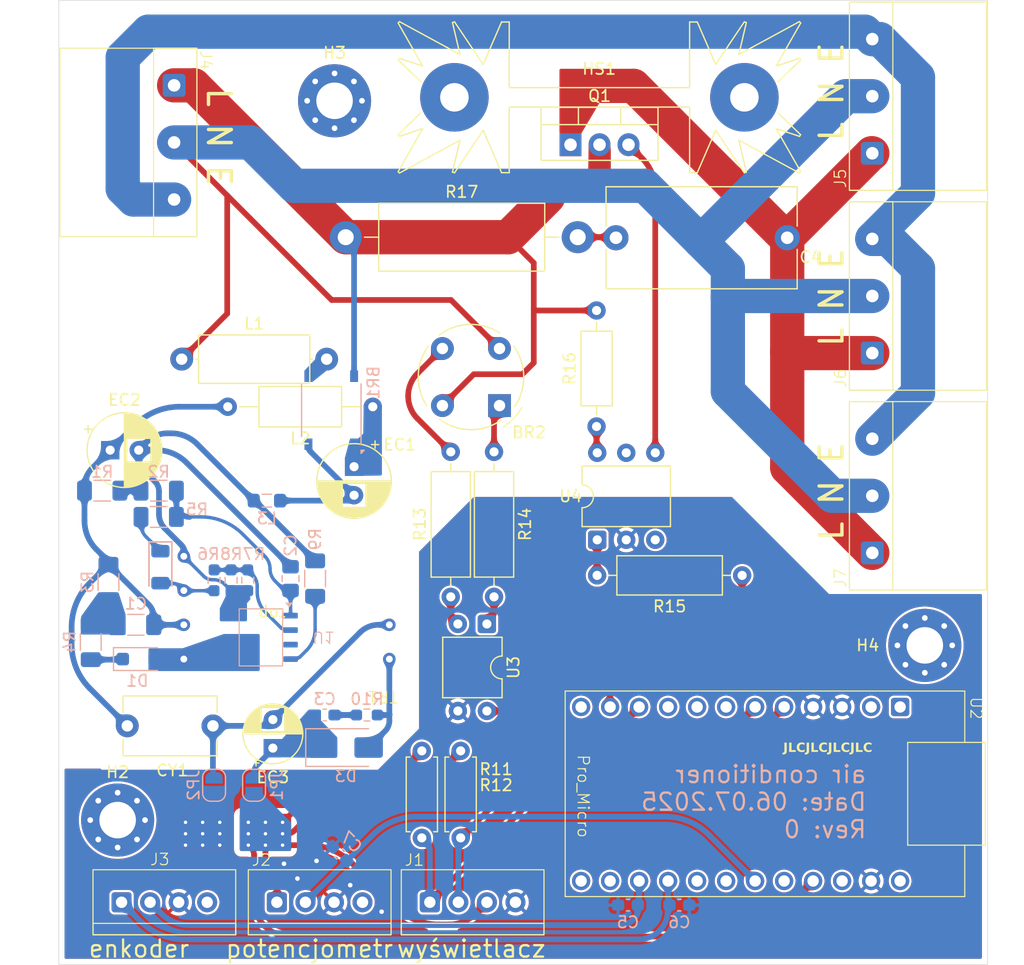
<source format=kicad_pcb>
(kicad_pcb (version 20241229) (generator "pcbnew") (generator_version "9.0")
  (layers (0 "F.Cu" signal) (2 "B.Cu" signal) (13 "F.Paste" user) (15 "B.Paste" user) (5 "F.SilkS" user "F.Silkscreen") (7 "B.SilkS" user "B.Silkscreen") (1 "F.Mask" user) (3 "B.Mask" user) (25 "Edge.Cuts" user))
  (net 0 "")
  (net 1 "/power/TR1 prim2")
  (net 2 "Net-(U1-VDD)")
  (net 3 "GNDPWR")
  (net 4 "Net-(C3-Pad2)")
  (net 5 "+5V")
  (net 6 "Net-(C4-Pad1)")
  (net 7 "/output/sterowane wyjście")
  (net 8 "GND")
  (net 9 "/power/TR1 prim1")
  (net 10 "Net-(D1-K)")
  (net 11 "Net-(D2-Pad1)")
  (net 12 "/power/TR1 prim3")
  (net 13 "/power/TR1 sec1")
  (net 14 "NEUTRAL")
  (net 15 "~230VAC")
  (net 16 "/MCU/SDA")
  (net 17 "/MCU/SCL")
  (net 19 "/MCU/potencjometr")
  (net 21 "/MCU/enkoder B")
  (net 22 "/MCU/enkoder A")
  (net 23 "/output/protection")
  (net 24 "Net-(Q1-G)")
  (net 25 "Net-(R1-Pad2)")
  (net 26 "/power/FB")
  (net 27 "/power/CS")
  (net 28 "Net-(R13-Pad2)")
  (net 29 "Net-(R14-Pad2)")
  (net 30 "Net-(R15-Pad2)")
  (net 31 "/MCU/triac")
  (net 32 "Net-(R16-Pad1)")
  (net 35 "/MCU/sine sinq")
  (net 50 "Net-(BR1-+)")
  (net 51 "Net-(BR1--)")
  (net 52 "Net-(BR1-Pad3)")
  (net 53 "Net-(BR2--)")
  (net 54 "Net-(BR2-+)")
  (net 55 "Net-(C1-Pad2)")
  (net 56 "Net-(D3-K)")
  (net 57 "/power/TR1 sec2")
  (footprint "MountingHole:MountingHole_3.2mm_M3_Pad_Via" (layer "F.Cu") (at 84.302944 122.302944)
    (property "Reference" "H2")
    (property "Value" "MountingHole")
  )
  (footprint "Diode_THT:Diode_Bridge_Round_D9.0mm" (layer "F.Cu") (at 117.75 86 180)
    (property "Reference" "BR2")
    (property "Value" "B250R")
  )
  (footprint "Package_TO_SOT_THT:TO-220-3_Vertical" (layer "F.Cu") (at 123.97 63.15)
    (property "Reference" "Q1")
    (property "Value" "BTA16-600BW")
  )
  (footprint "PCM_JLCPCB:Part_Num_JLCPCB" (layer "F.Cu") (at 146.5 116)
    (property "Reference" "PN1" (hide yes))
    (property "Value" "~" (hide yes))
  )
  (footprint "Connector_JOINT_TECH:JT-Socket_1x4_P2.5mm_Vertical" (layer "F.Cu") (at 88.396 129.5)
    (property "Reference" "J3")
    (property "Value" "~")
  )
  (footprint "Capacitor_THT:CP_Radial_D5.0mm_P2.50mm" (layer "F.Cu") (at 97.9 116 90)
    (property "Reference" "EC3")
    (property "Value" "270")
  )
  (footprint "Dev_Kits:Pro_Micro" (layer "F.Cu") (at 158.5 111 -90)
    (property "Reference" "U2")
    (property "Value" "~")
  )
  (footprint "Capacitor_THT:C_Disc_D8.0mm_W5.0mm_P7.50mm" (layer "F.Cu") (at 85.15 114.05)
    (property "Reference" "CY1")
    (property "Value" "102mF")
  )
  (footprint "Resistor_THT:R_Axial_DIN0309_L9.0mm_D3.2mm_P12.70mm_Horizontal" (layer "F.Cu") (at 117.27 90.05 -90)
    (property "Reference" "R14")
    (property "Value" "47kΩ")
  )
  (footprint "Connector_JOINT_TECH:JT-Socket_1x4_P2.5mm_Vertical" (layer "F.Cu") (at 115.396 129.5)
    (property "Reference" "J1")
    (property "Value" "~")
  )
  (footprint "Inductor_THT:L_Axial_L9.5mm_D4.0mm_P12.70mm_Horizontal_Fastron_SMCC" (layer "F.Cu") (at 89.9125 81.9325)
    (property "Reference" "L1")
    (property "Value" "L")
  )
  (footprint "Connector_JOINT_TECH:TBG-5.0-KW-3P" (layer "F.Cu") (at 150.4 58.9 90)
    (property "Reference" "J5")
    (property "Value" "~")
  )
  (footprint "Resistor_THT:R_Axial_DIN0614_L14.3mm_D5.7mm_P20.32mm_Horizontal" (layer "F.Cu") (at 104.28 71.25)
    (property "Reference" "R17")
    (property "Value" "38Ω")
  )
  (footprint "Inductor_THT:L_Axial_L7.0mm_D3.3mm_P12.70mm_Horizontal_Fastron_MICC" (layer "F.Cu") (at 106.65 86.1 180)
    (property "Reference" "L2")
    (property "Value" "10mH")
  )
  (footprint "Connector_JOINT_TECH:TBG-5.0-KW-3P" (layer "F.Cu") (at 150.4 76.4 90)
    (property "Reference" "J6")
    (property "Value" "~")
  )
  (footprint "Resistor_THT:R_Axial_DIN0207_L6.3mm_D2.5mm_P10.16mm_Horizontal" (layer "F.Cu") (at 126.25 87.83 90)
    (property "Reference" "R16")
    (property "Value" "330Ω")
  )
  (footprint "Capacitor_THT:C_Rect_L16.5mm_W8.7mm_P15.00mm_MKT" (layer "F.Cu") (at 127.95 71.3)
    (property "Reference" "C4")
    (property "Value" "10nF")
  )
  (footprint "Resistor_THT:R_Axial_DIN0207_L6.3mm_D2.5mm_P7.62mm_Horizontal" (layer "F.Cu") (at 110.946 123.86 90)
    (property "Reference" "R11")
    (property "Value" "10kΩ")
  )
  (footprint "MountingHole:MountingHole_3.2mm_M3_Pad_Via" (layer "F.Cu") (at 103.302944 59.302944)
    (property "Reference" "H3")
    (property "Value" "MountingHole")
  )
  (footprint "MountingHole:MountingHole_3.2mm_M3_Pad_Via" (layer "F.Cu") (at 155 107)
    (property "Reference" "H4")
    (property "Value" "MountingHole")
  )
  (footprint "Library:unknown transformer" (layer "F.Cu") (at 99.1 103.7 180)
    (property "Reference" "TR1")
    (property "Value" "TRANSF3")
  )
  (footprint "Resistor_THT:R_Axial_DIN0207_L6.3mm_D2.5mm_P7.62mm_Horizontal" (layer "F.Cu") (at 114.346 116.24 -90)
    (property "Reference" "R12")
    (property "Value" "10kΩ")
  )
  (footprint "Package_DIP:DIP-4_W7.62mm" (layer "F.Cu") (at 116.645 105.125 -90)
    (property "Reference" "U3")
    (property "Value" "EL817")
  )
  (footprint "Capacitor_THT:CP_Radial_D6.3mm_P2.50mm" (layer "F.Cu") (at 105.0125 91.350121 -90)
    (property "Reference" "EC1")
    (property "Value" "4.7uF")
  )
  (footprint "Resistor_THT:R_Axial_DIN0309_L9.0mm_D3.2mm_P12.70mm_Horizontal" (layer "F.Cu") (at 113.48 90.05 -90)
    (property "Reference" "R13")
    (property "Value" "47kΩ")
  )
  (footprint "Heatsink:Heatsink_Fischer_SK104-STC-STIC_35x13mm_2xDrill2.5mm" (layer "F.Cu") (at 126.5 59)
    (property "Reference" "HS1")
    (property "Value" "Heatsink")
  )
  (footprint "Capacitor_THT:CP_Radial_D6.3mm_P2.50mm" (layer "F.Cu") (at 83.65 89.9)
    (property "Reference" "EC2")
    (property "Value" "4.7uF")
  )
  (footprint "Package_DIP:DIP-6_W7.62mm" (layer "F.Cu") (at 126.31 97.755 90)
    (property "Reference" "U4")
    (property "Value" "MOC3021M")
  )
  (footprint "Connector_JOINT_TECH:TBG-5.0-KW-3P" (layer "F.Cu") (at 150.4 93.9 90)
    (property "Reference" "J7")
    (property "Value" "~")
  )
  (footprint "Resistor_THT:R_Axial_DIN0309_L9.0mm_D3.2mm_P12.70mm_Horizontal" (layer "F.Cu") (at 139 100.87 180)
    (property "Reference" "R15")
    (property "Value" "220Ω")
  )
  (footprint "Connector_JOINT_TECH:JT-Socket_1x4_P2.5mm_Vertical" (layer "F.Cu") (at 102 129.5)
    (property "Reference" "J2")
    (property "Value" "~")
  )
  (footprint "Connector_JOINT_TECH:TBG-5.0-KW-3P" (layer "F.Cu") (at 89.25 62.95 -90)
    (property "Reference" "J4")
    (property "Value" "~")
  )
  (footprint "Resistor_SMD:R_0603_1608Metric_Pad0.98x0.95mm_HandSolder" (layer "B.Cu") (at 95.7 101.3 90)
    (property "Reference" "R7")
    (property "Value" "2G3Ω")
  )
  (footprint "Jumper:SolderJumper-2_P1.3mm_Open_RoundedPad1.0x1.5mm" (layer "B.Cu") (at 92.75 119.25 -90)
    (property "Reference" "JP2")
    (property "Value" "GND")
  )
  (footprint "Resistor_SMD:R_1206_3216Metric_Pad1.30x1.75mm_HandSolder" (layer "B.Cu") (at 82.95 93.45)
    (property "Reference" "R1")
    (property "Value" "2M2Ω")
  )
  (footprint "Capacitor_SMD:C_0603_1608Metric_Pad1.08x0.95mm_HandSolder" (layer "B.Cu") (at 102.4375 113.1)
    (property "Reference" "C3")
    (property "Value" "C")
  )
  (footprint "Capacitor_SMD:C_0805_2012Metric_Pad1.18x1.45mm_HandSolder" (layer "B.Cu") (at 99.45 101.15 90)
    (property "Reference" "C2")
    (property "Value" "C")
  )
  (footprint "Jumper:SolderJumper-2_P1.3mm_Open_RoundedPad1.0x1.5mm" (layer "B.Cu") (at 96.25 119.25 -90)
    (property "Reference" "JP1")
    (property "Value" "+5V")
  )
  (footprint "Resistor_SMD:R_1206_3216Metric_Pad1.30x1.75mm_HandSolder" (layer "B.Cu") (at 87.9 93.45)
    (property "Reference" "R2")
    (property "Value" "2M2Ω")
  )
  (footprint "Capacitor_SMD:C_0603_1608Metric_Pad1.08x0.95mm_HandSolder" (layer "B.Cu") (at 103.75 125.25 135)
    (property "Reference" "C7")
    (property "Value" "100nF")
  )
  (footprint "Diode_SMD:D_SMA" (layer "B.Cu") (at 104.2875 115.95)
    (property "Reference" "D3")
    (property "Value" "SS34")
  )
  (footprint "Resistor_SMD:R_1206_3216Metric_Pad1.30x1.75mm_HandSolder" (layer "B.Cu") (at 87.9 95.75 180)
    (property "Reference" "R5")
    (property "Value" "4.7Ω")
  )
  (footprint "Inductor_SMD:L_0805_2012Metric_Pad1.05x1.20mm_HandSolder" (layer "B.Cu") (at 97.375 94.325)
    (property "Reference" "L3")
    (property "Value" "L")
  )
  (footprint "Diode_SMD:Diode_Bridge_Diotec_ABS" (layer "B.Cu") (at 103.0125 86.4075 90)
    (property "Reference" "BR1")
    (property "Value" "ABS10")
  )
  (footprint "Resistor_SMD:R_1206_3216Metric_Pad1.30x1.75mm_HandSolder" (layer "B.Cu") (at 83.5 101.45 -90)
    (property "Reference" "R3")
    (property "Value" "300kΩ")
  )
  (footprint "Resistor_SMD:R_1206_3216Metric_Pad1.30x1.75mm_HandSolder" (layer "B.Cu") (at 101.6 101.15 90)
    (property "Reference" "R9")
    (property "Value" "1.4Ω")
  )
  (footprint "Capacitor_SMD:C_0603_1608Metric_Pad1.08x0.95mm_HandSolder" (layer "B.Cu") (at 133.5 129.75)
    (property "Reference" "C6")
    (property "Value" "100nF")
  )
  (footprint "PCM_JLCPCB:D_SOD-123FL" (layer "B.Cu") (at 88.05 100.15 -90)
    (property "Reference" "D2" (hide yes))
    (property "Value" "FR107W")
  )
  (footprint "Resistor_SMD:R_1206_3216Metric_Pad1.30x1.75mm_HandSolder" (layer "B.Cu") (at 81.95 106.7 -90)
    (property "Reference" "R4")
    (property "Value" "200Ω")
  )
  (footprint "Resistor_SMD:R_0603_1608Metric_Pad0.98x0.95mm_HandSolder" (layer "B.Cu") (at 106.1375 113.1)
    (property "Reference" "R10")
    (property "Value" "10Ω")
  )
  (footprint "Capacitor_SMD:C_1206_3216Metric_Pad1.33x1.80mm_HandSolder" (layer "B.Cu") (at 85.9 105.2 180)
    (property "Reference" "C1")
    (property "Value" "C")
  )
  (footprint "Resistor_SMD:R_0603_1608Metric_Pad0.98x0.95mm_HandSolder" (layer "B.Cu") (at 92.75 101.3 90)
    (property "Reference" "R6")
    (property "Value" "29Ω")
  )
  (footprint "Resistor_SMD:R_0603_1608Metric_Pad0.98x0.95mm_HandSolder" (layer "B.Cu") (at 94.24 101.3 90)
    (property "Reference" "R8")
    (property "Value" "R")
  )
  (footprint "sop-7-1.270mm:sop-7-1.270mm" (layer "B.Cu") (at 96.85 106.3 -90)
    (property "Reference" "U1")
    (property "Value" "DP1801B")
  )
  (footprint "Diode_SMD:D_SOD-123F" (layer "B.Cu") (at 86.15 108.2)
    (property "Reference" "D1")
    (property "Value" "1N4007")
  )
  (footprint "Capacitor_SMD:C_0603_1608Metric_Pad1.08x0.95mm_HandSolder" (layer "B.Cu") (at 129 129.75 180)
    (property "Reference" "C5")
    (property "Value" "100nF")
  )
  (gr_rect (start 79.15 50.5) (end 160.5 134.95) (stroke (width 0.05)) (fill no) (layer "Edge.Cuts"))
  (gr_text "enkoder" (at 81.65 134.45 0) (layer "F.SilkS") (effects (font (size 1.5 1.5) (thickness 0.2)) (justify left bottom)))
  (gr_text "L N E" (at 148 63 90) (layer "F.SilkS") (effects (font (size 2 2) (thickness 0.3)) (justify left bottom)))
  (gr_text "wyświetlacz" (at 108.65 134.45 0) (layer "F.SilkS") (effects (font (size 1.5 1.5) (thickness 0.2)) (justify left bottom)))
  (gr_text "L N E" (at 92 58 270) (layer "F.SilkS") (effects (font (size 2 2) (thickness 0.3)) (justify left bottom)))
  (gr_text "L N E" (at 148 81 90) (layer "F.SilkS") (effects (font (size 2 2) (thickness 0.3)) (justify left bottom)))
  (gr_text "potencjometr" (at 93.65 134.45 0) (layer "F.SilkS") (effects (font (size 1.5 1.5) (thickness 0.2)) (justify left bottom)))
  (gr_text "L N E" (at 148 98 90) (layer "F.SilkS") (effects (font (size 2 2) (thickness 0.3)) (justify left bottom)))
  (gr_text "air conditioner\nDate: 06.07.2025\nRev: 0" (at 150 124 0) (layer "B.SilkS") (effects (font (size 1.5 1.5) (thickness 0.2)) (justify left bottom mirror)))
  (segment (start 88.131272 105.199962) (end 90.1 105.2) (width 0.5) (layer "B.Cu") (net 1))
  (segment (start 80.27501 106.921027) (end 80.275007 105.378964) (width 0.5) (layer "B.Cu") (net 1))
  (segment (start 85.856208 87.693804) (end 83.65 89.9) (width 0.5) (layer "B.Cu") (net 1))
  (segment (start 89.703971 86.10001) (end 93.95 86.1) (width 0.5) (layer "B.Cu") (net 1))
  (segment (start 83.499996 99.837498) (end 83.5 99.775) (width 0.5) (layer "B.Cu") (net 1))
  (segment (start 81.399995 95.570039) (end 81.399994 96.065077) (width 0.5) (layer "B.Cu") (net 1))
  (segment (start 82.449991 98.600003) (end 83.411605 99.561616) (width 0.5) (layer "B.Cu") (net 1))
  (segment (start 81.399996 94.579964) (end 81.399995 95.570039) (width 0.5) (layer "B.Cu") (net 1))
  (segment (start 83.499998 99.8375) (end 83.499996 99.775001) (width 0.5) (layer "B.Cu") (net 1))
  (segment (start 81.868804 110.768789) (end 85.15 114.05) (width 0.5) (layer "B.Cu") (net 1))
  (segment (start 82.089421 91.460566) (end 83.65 89.9) (width 0.5) (layer "B.Cu") (net 1))
  (segment (start 81.399996 94.579964) (end 81.399994 93.124997) (width 0.5) (layer "B.Cu") (net 1))
  (segment (start 83.455803 99.944191) (end 81.868793 101.531206) (width 0.5) (layer "B.Cu") (net 1))
  (segment (start 83.54419 99.944191) (end 86.989629 103.389647) (width 0.5) (layer "B.Cu") (net 1))
  (arc (start 88.131272 105.199962) (mid 87.658402 105.004092) (end 87.462518 104.531228) (width 0.5) (layer "B.Cu") (net 1))
  (arc (start 81.868793 101.531206) (mid 80.689216 103.296573) (end 80.275007 105.378964) (width 0.5) (layer "B.Cu") (net 1))
  (arc (start 83.499998 99.8375) (mid 83.499997 99.837501) (end 83.499996 99.837498) (width 0.5) (layer "B.Cu") (net 1))
  (arc (start 83.411605 99.561616) (mid 83.477022 99.659517) (end 83.499996 99.775001) (width 0.5) (layer "B.Cu") (net 1))
  (arc (start 83.455803 99.944191) (mid 83.499996 99.925885) (end 83.54419 99.944191) (width 0.5) (layer "B.Cu") (net 1))
  (arc (start 80.27501 106.921027) (mid 80.689225 109.00342) (end 81.868804 110.768789) (width 0.5) (layer "B.Cu") (net 1))
  (arc (start 82.449991 98.600003) (mid 81.672877 97.436969) (end 81.399994 96.065077) (width 0.5) (layer "B.Cu") (net 1))
  (arc (start 87.462518 104.531228) (mid 87.339603 103.913408) (end 86.989629 103.389647) (width 0.5) (layer "B.Cu") (net 1))
  (arc (start 89.703971 86.10001) (mid 87.621578 86.514226) (end 85.856208 87.693804) (width 0.5) (layer "B.Cu") (net 1))
  (arc (start 82.089421 91.460566) (mid 81.579167 92.224213) (end 81.399994 93.124997) (width 0.5) (layer "B.Cu") (net 1))
  (arc (start 83.455803 99.944191) (mid 83.488511 99.89524) (end 83.499998 99.8375) (width 0.5) (layer "B.Cu") (net 1))
  (arc (start 83.54419 99.944191) (mid 83.511482 99.89524) (end 83.499996 99.837498) (width 0.5) (layer "B.Cu") (net 1))
  (segment (start 90.6 95.750003) (end 91.599997 95.750005) (width 0.3) (layer "B.Cu") (net 2))
  (segment (start 89.45 94.6) (end 89.45 93.45) (width 0.5) (layer "B.Cu") (net 2))
  (segment (start 95.270271 97.270288) (end 97.199209 99.199226) (width 0.3) (layer "B.Cu") (net 2))
  (segment (start 98.722474 101.997497) (end 98.100773 101.375782) (width 0.3) (layer "B.Cu") (net 2))
  (segment (start 99.449956 102.456279) (end 99.45 104.395) (width 0.3) (layer "B.Cu") (net 2))
  (arc (start 98.100773 101.375782) (mid 97.76715 100.876473) (end 97.649994 100.287502) (width 0.3) (layer "B.Cu") (net 2))
  (arc (start 97.649994 100.287502) (mid 97.532836 99.698531) (end 97.199209 99.199226) (width 0.3) (layer "B.Cu") (net 2))
  (arc (start 90.6 95.750003) (mid 89.786827 95.413173) (end 89.45 94.6) (width 0.5) (layer "B.Cu") (net 2))
  (arc (start 98.722474 101.997497) (mid 98.932948 102.138138) (end 99.181221 102.187535) (width 0.3) (layer "B.Cu") (net 2))
  (arc (start 99.181221 102.187535) (mid 99.371244 102.266253) (end 99.449956 102.456279) (width 0.3) (layer "B.Cu") (net 2))
  (arc (start 95.270271 97.270288) (mid 93.586335 96.145116) (end 91.599997 95.750005) (width 0.3) (layer "B.Cu") (net 2))
  (segment (start 92.713743 101.250014) (end 92.595824 101.250018) (width 0.3) (layer "B.Cu") (net 3))
  (segment (start 87.925006 95.503164) (end 87.925001 93.508843) (width 0.5) (layer "B.Cu") (net 3))
  (segment (start 86.15 90.562499) (end 86.15 90.231249) (width 0.5) (layer "B.Cu") (net 3))
  (segment (start 86.618457 91.693457) (end 87.565194 92.640194) (width 0.5) (layer "B.Cu") (net 3))
  (segment (start 96.360357 94.360353) (end 101.6 99.6) (width 0.5) (layer "B.Cu") (net 3))
  (segment (start 90.329093 90.991598) (end 99.45 100.1125) (width 0.5) (layer "B.Cu") (net 3))
  (segment (start 91.27959 89.379596) (end 96.189642 94.289646) (width 0.5) (layer "B.Cu") (net 3))
  (segment (start 86.887501 89.162504) (end 86.384229 89.665772) (width 0.5) (layer "B.Cu") (net 3))
  (segment (start 89.825004 98.147179) (end 88.451102 96.773272) (width 0.5) (layer "B.Cu") (net 3))
  (segment (start 90.100001 99.005545) (end 90.100002 98.81109) (width 0.5) (layer "B.Cu") (net 3))
  (segment (start 90.237499 99.337501) (end 91.834769 100.93479) (width 0.3) (layer "B.Cu") (net 3))
  (segment (start 86.481249 89.9) (end 87.693749 89.900001) (width 0.5) (layer "B.Cu") (net 3))
  (segment (start 93.67613 101.64864) (end 94.24 102.2125) (width 0.3) (layer "B.Cu") (net 3))
  (segment (start 88.667983 88.425006) (end 88.975 88.425006) (width 0.5) (layer "B.Cu") (net 3))
  (arc (start 91.27959 89.379596) (mid 90.222235 88.673094) (end 88.975 88.425006) (width 0.5) (layer "B.Cu") (net 3))
  (arc (start 86.15 90.562499) (mid 86.271748 91.174569) (end 86.618457 91.693457) (width 0.5) (layer "B.Cu") (net 3))
  (arc (start 86.384229 89.665772) (mid 86.354485 89.815299) (end 86.481249 89.9) (width 0.5) (layer "B.Cu") (net 3))
  (arc (start 86.481249 89.9) (mid 86.24702 89.99702) (end 86.15 90.231249) (width 0.5) (layer "B.Cu") (net 3))
  (arc (start 86.887501 89.162504) (mid 87.704394 88.616676) (end 88.667983 88.425006) (width 0.5) (layer "B.Cu") (net 3))
  (arc (start 96.275 94.325) (mid 96.321194 94.334186) (end 96.360357 94.360353) (width 0.5) (layer "B.Cu") (net 3))
  (arc (start 87.925006 95.503164) (mid 88.061735 96.190541) (end 88.451102 96.773272) (width 0.5) (layer "B.Cu") (net 3))
  (arc (start 96.189642 94.289646) (mid 96.228804 94.315813) (end 96.275 94.325) (width 0.5) (layer "B.Cu") (net 3))
  (arc (start 89.825004 98.147179) (mid 90.028533 98.451784) (end 90.100002 98.81109) (width 0.5) (layer "B.Cu") (net 3))
  (arc (start 90.100001 99.005545) (mid 90.135735 99.185198) (end 90.237499 99.337501) (width 0.5) (layer "B.Cu") (net 3))
  (arc (start 90.329093 90.991598) (mid 89.119987 90.183698) (end 87.693749 89.900001) (width 0.5) (layer "B.Cu") (net 3))
  (arc (start 86.15 90.231249) (mid 86.210874 89.925214) (end 86.384229 89.665772) (width 0.5) (layer "B.Cu") (net 3))
  (arc (start 87.925001 93.508843) (mid 87.83149 93.038734) (end 87.565194 92.640194) (width 0.5) (layer "B.Cu") (net 3))
  (arc (start 92.713743 101.250014) (mid 93.234582 101.353612) (end 93.67613 101.64864) (width 0.3) (layer "B.Cu") (net 3))
  (arc (start 91.834769 100.93479) (mid 92.183944 101.168099) (end 92.595824 101.250018) (width 0.3) (layer "B.Cu") (net 3))
  (segment (start 105.225 113.1) (end 103.3 113.1) (width 0.5) (layer "B.Cu") (net 4))
  (segment (start 95.75 124.5) (end 95.999999 124.75) (width 0.5) (layer "F.Cu") (net 5))
  (segment (start 99.765168 123.234841) (end 100.625002 122.375006) (width 0.5) (layer "F.Cu") (net 5))
  (segment (start 99.408151 132.499998) (end 138.100033 132.499995) (width 0.5) (layer "F.Cu") (net 5))
  (segment (start 110.929791 119.656203) (end 114.346 116.24) (width 0.5) (layer "F.Cu") (net 5))
  (segment (start 115.674999 130.475) (end 116.65 129.5) (width 0.5) (layer "F.Cu") (net 5))
  (segment (start 98.249999 128.457106) (end 98.25 129.5) (width 0.5) (layer "F.Cu") (net 5))
  (segment (start 109.279791 117.906204) (end 110.946 116.24) (width 0.5) (layer "F.Cu") (net 5))
  (segment (start 108.60901 129.859006) (end 104.840988 126.090993) (width 0.5) (layer "F.Cu") (net 5))
  (segment (start 96.249997 125.353553) (end 96.249984 129.341855) (width 0.5) (layer "F.Cu") (net 5))
  (segment (start 112.45 131.449996) (end 113.32114 131.449998) (width 0.5) (layer "F.Cu") (net 5))
  (segment (start 98.75 122.5) (end 100.249998 120.999996) (width 0.5) (layer "F.Cu") (net 5))
  (segment (start 97.25 124.5) (end 97.249998 126.042894) (width 0.5) (layer "F.Cu") (net 5))
  (segment (start 100.999998 124.500003) (end 98.75 124.5) (width 0.5) (layer "F.Cu") (net 5))
  (segment (start 141.947791 130.906203) (end 145.217 127.637) (width 0.5) (layer "F.Cu") (net 5))
  (segment (start 103.340992 121.250002) (end 107.082033 121.249997) (width 0.5) (layer "F.Cu") (net 5))
  (segment (start 105.432033 119.499993) (end 103.871319 119.499992) (width 0.5) (layer "F.Cu") (net 5))
  (segment (start 98.75 123.5) (end 99.125001 123.500004) (width 0.5) (layer "F.Cu") (net 5))
  (via (at 95.75 123.5) (size 0.6) (drill 0.3) (layers "F.Cu" "B.Cu") (net 5))
  (via (at 98.75 122.5) (size 0.6) (drill 0.3) (layers "F.Cu" "B.Cu") (net 5))
  (via (at 95.75 124.5) (size 0.6) (drill 0.3) (layers "F.Cu" "B.Cu") (net 5))
  (via (at 97.25 122.5) (size 0.6) (drill 0.3) (layers "F.Cu" "B.Cu") (net 5))
  (via (at 97.25 123.5) (size 0.6) (drill 0.3) (layers "F.Cu" "B.Cu") (net 5))
  (via (at 95.75 122.5) (size 0.6) (drill 0.3) (layers "F.Cu" "B.Cu") (net 5))
  (via (at 98.75 123.5) (size 0.6) (drill 0.3) (layers "F.Cu" "B.Cu") (net 5))
  (via (at 97.25 124.5) (size 0.6) (drill 0.3) (layers "F.Cu" "B.Cu") (net 5))
  (via (at 98.75 124.5) (size 0.6) (drill 0.3) (layers "F.Cu" "B.Cu") (net 5))
  (arc (start 103.871319 119.499992) (mid 101.911473 119.88983) (end 100.249998 120.999996) (width 0.5) (layer "F.Cu") (net 5))
  (arc (start 138.100033 132.499995) (mid 140.182424 132.085781) (end 141.947791 130.906203) (width 0.5) (layer "F.Cu") (net 5))
  (arc (start 115.674999 130.475) (mid 114.595039 131.196605) (end 113.32114 131.449998) (width 0.5) (layer "F.Cu") (net 5))
  (arc (start 105.432033 119.499993) (mid 107.514424 119.085781) (end 109.279791 117.906204) (width 0.5) (layer "F.Cu") (net 5))
  (arc (start 100.625002 122.375006) (mid 101.871108 121.542382) (end 103.340992 121.250002) (width 0.5) (layer "F.Cu") (net 5))
  (arc (start 97.17499 131.575003) (mid 96.490384 130.550427) (end 96.249984 129.341855) (width 0.5) (layer "F.Cu") (net 5))
  (arc (start 100.999998 124.500003) (mid 103.078726 124.913489) (end 104.840988 126.090993) (width 0.5) (layer "F.Cu") (net 5))
  (arc (start 97.749998 127.25) (mid 97.379943 126.696175) (end 97.249998 126.042894) (width 0.5) (layer "F.Cu") (net 5))
  (arc (start 98.249999 128.457106) (mid 98.120052 127.803825) (end 97.749998 127.25) (width 0.5) (layer "F.Cu") (net 5))
  (arc (start 96.249997 125.353553) (mid 96.185025 125.026912) (end 95.999999 124.75) (width 0.5) (layer "F.Cu") (net 5))
  (arc (start 112.45 131.449996) (mid 110.371272 131.03651) (end 108.60901 129.859006) (width 0.5) (layer "F.Cu") (net 5))
  (arc (start 99.765168 123.234841) (mid 99.471457 123.431092) (end 99.125001 123.500004) (width 0.5) (layer "F.Cu") (net 5))
  (arc (start 110.929791 119.656203) (mid 109.164424 120.835782) (end 107.082033 121.249997) (width 0.5) (layer "F.Cu") (net 5))
  (arc (start 99.408151 132.499998) (mid 98.199575 132.2596) (end 97.17499 131.575003) (width 0.5) (layer "F.Cu") (net 5))
  (segment (start 127.864643 71.25) (end 124.6 71.25) (width 0.5) (layer "F.Cu") (net 6))
  (segment (start 127.924999 71.275) (end 127.95 71.3) (width 0.5) (layer "F.Cu") (net 6))
  (arc (start 127.924999 71.275) (mid 127.897307 71.256497) (end 127.864643 71.25) (width 0.5) (layer "F.Cu") (net 6))
  (segment (start 150.4 81.4) (end 143.1 81.4) (width 3) (layer "F.Cu") (net 7))
  (segment (start 150.4 98.9) (end 142.95 91.45) (width 3) (layer "F.Cu") (net 7))
  (segment (start 129.5 58) (end 126.728513 58) (width 3) (layer "F.Cu") (net 7))
  (segment (start 150.35 63.9) (end 142.95 71.3) (width 3) (layer "F.Cu") (net 7))
  (segment (start 150.4 63.9) (end 150.35 63.9) (width 3) (layer "F.Cu") (net 7))
  (segment (start 142.95 71.3) (end 142.8 71.3) (width 3) (layer "F.Cu") (net 7))
  (segment (start 142.95 81.25) (end 142.95 71.3) (width 3) (layer "F.Cu") (net 7))
  (segment (start 142.8 71.3) (end 129.5 58) (width 3) (layer "F.Cu") (net 7))
  (segment (start 143.1 81.4) (end 142.95 81.25) (width 3) (layer "F.Cu") (net 7))
  (segment (start 142.95 91.45) (end 142.95 81.25) (width 3) (layer "F.Cu") (net 7))
  (via (at 91.75 122.5) (size 0.6) (drill 0.3) (layers "F.Cu" "B.Cu") (net 8))
  (via (at 90.25 123.5) (size 0.6) (drill 0.3) (layers "F.Cu" "B.Cu") (net 8))
  (via (at 93.25 123.5) (size 0.6) (drill 0.3) (layers "F.Cu" "B.Cu") (net 8))
  (via (at 104.675 128) (size 0.6) (drill 0.4) (layers "F.Cu" "B.Cu") (net 8))
  (via (at 98.875 126.125) (size 0.6) (drill 0.4) (layers "F.Cu" "B.Cu") (net 8))
  (via (at 90.25 124.5) (size 0.6) (drill 0.3) (layers "F.Cu" "B.Cu") (net 8))
  (via (at 100.05 127.425) (size 0.6) (drill 0.4) (layers "F.Cu" "B.Cu") (net 8))
  (via (at 91.75 123.5) (size 0.6) (drill 0.3) (layers "F.Cu" "B.Cu") (net 8))
  (via (at 91.75 124.5) (size 0.6) (drill 0.3) (layers "F.Cu" "B.Cu") (net 8))
  (via (at 101.725 125.875) (size 0.6) (drill 0.4) (layers "F.Cu" "B.Cu") (net 8))
  (via (at 93.25 122.5) (size 0.6) (drill 0.3) (layers "F.Cu" "B.Cu") (net 8))
  (via (at 90.25 122.5) (size 0.6) (drill 0.3) (layers "F.Cu" "B.Cu") (net 8))
  (via (at 93.25 124.5) (size 0.6) (drill 0.3) (layers "F.Cu" "B.Cu") (net 8))
  (via (at 107.425 130.325) (size 0.6) (drill 0.4) (layers "F.Cu" "B.Cu") (net 8))
  (segment (start 84.664643 108.25) (end 81.95 108.25) (width 0.5) (layer "B.Cu") (net 10))
  (segment (start 84.724999 108.225) (end 84.75 108.2) (width 0.5) (layer "B.Cu") (net 10))
  (arc (start 84.664643 108.25) (mid 84.697307 108.243502) (end 84.724999 108.225) (width 0.5) (layer "B.Cu") (net 10))
  (segment (start 86.35 96.399999) (end 86.35 95.75) (width 0.3) (layer "B.Cu") (net 11))
  (segment (start 86.809618 97.509618) (end 88.05 98.75) (width 0.3) (layer "B.Cu") (net 11))
  (arc (start 86.35 96.399999) (mid 86.46945 97.00052) (end 86.809618 97.509618) (width 0.3) (layer "B.Cu") (net 11))
  (segment (start 90.116919 102.212499) (end 90.121338 102.212499) (width 0.3) (layer "B.Cu") (net 12))
  (segment (start 89.771874 101.871875) (end 90.075 102.175) (width 0.3) (layer "B.Cu") (net 12))
  (segment (start 90.10625 102.206249) (end 90.109375 102.209374) (width 0.3) (layer "B.Cu") (net 12))
  (segment (start 90.075 102.175) (end 90.09375 102.193749) (width 0.3) (layer "B.Cu") (net 12))
  (segment (start 90.1 102.199999) (end 90.09375 102.193749) (width 0.3) (layer "B.Cu") (net 12))
  (segment (start 88.994798 101.55) (end 88.05 101.55) (width 0.3) (layer "B.Cu") (net 12))
  (segment (start 90.130176 102.2125) (end 92.75 102.2125) (width 0.3) (layer "B.Cu") (net 12))
  (segment (start 90.121338 102.212499) (end 90.130176 102.2125) (width 0.3) (layer "B.Cu") (net 12))
  (segment (start 90.1 102.199999) (end 90.10625 102.206249) (width 0.3) (layer "B.Cu") (net 12))
  (arc (start 90.116919 102.212499) (mid 90.112836 102.211686) (end 90.109375 102.209374) (width 0.3) (layer "B.Cu") (net 12))
  (arc (start 89.771874 101.871875) (mid 89.415348 101.633652) (end 88.994798 101.55) (width 0.3) (layer "B.Cu") (net 12))
  (segment (start 108.062499 113.062499) (end 108.1 113.024999) (width 0.5) (layer "B.Cu") (net 13))
  (segment (start 107.725407 114.512069) (end 106.2875 115.95) (width 0.5) (layer "B.Cu") (net 13))
  (segment (start 108.100018 113.078032) (end 108.099998 113.131257) (width 0.5) (layer "B.Cu") (net 13))
  (segment (start 108.099989 113.607761) (end 108.099998 113.131257) (width 0.5) (layer "B.Cu") (net 13))
  (segment (start 108.1 113.05142) (end 108.099999 113.078032) (width 0.5) (layer "B.Cu") (net 13))
  (segment (start 108.100039 113.05142) (end 108.100018 113.078032) (width 0.5) (layer "B.Cu") (net 13))
  (segment (start 108.099998 113.131257) (end 108.099999 113.078032) (width 0.5) (layer "B.Cu") (net 13))
  (segment (start 108.1 113.05142) (end 108.1 112.971966) (width 0.5) (layer "B.Cu") (net 13))
  (segment (start 108.100039 113.024903) (end 108.1 108.2) (width 0.5) (layer "B.Cu") (net 13))
  (segment (start 107.971965 113.1) (end 107.05 113.1) (width 0.5) (layer "B.Cu") (net 13))
  (segment (start 108.0625 113.0625) (end 108.081289 113.043654) (width 0.5) (layer "B.Cu") (net 13))
  (arc (start 108.100039 113.05142) (mid 108.093262 113.041262) (end 108.081289 113.043654) (width 0.5) (layer "B.Cu") (net 13))
  (arc (start 108.100039 113.05142) (mid 108.100019 113.051439) (end 108.1 113.05142) (width 0.5) (layer "B.Cu") (net 13))
  (arc (start 108.062499 113.062499) (mid 108.020961 113.090253) (end 107.971965 113.1) (width 0.5) (layer "B.Cu") (net 13))
  (arc (start 108.099989 113.607761) (mid 108.002633 114.097168) (end 107.725407 114.512069) (width 0.5) (layer "B.Cu") (net 13))
  (arc (start 108.099999 113.078032) (mid 108.100008 113.078041) (end 108.100018 113.078032) (width 0.5) (layer "B.Cu") (net 13))
  (segment (start 89.25 62.95) (end 93.9 67.6) (width 0.5) (layer "F.Cu") (net 14))
  (segment (start 93.9 67.6) (end 103.05 76.75) (width 0.5) (layer "F.Cu") (net 14))
  (segment (start 103.05 76.75) (end 113.5 76.75) (width 0.5) (layer "F.Cu") (net 14))
  (segment (start 89.9125 81.9325) (end 93.9 77.945) (width 0.5) (layer "F.Cu") (net 14))
  (segment (start 113.5 76.75) (end 117.75 81) (width 0.5) (layer "F.Cu") (net 14))
  (segment (start 93.9 77.945) (end 93.9 67.6) (width 0.5) (layer "F.Cu") (net 14))
  (segment (start 150.4 76.4) (end 137.85 76.4) (width 3) (layer "B.Cu") (net 14))
  (segment (start 99.75 66.75) (end 130.5 66.75) (width 3) (layer "B.Cu") (net 14))
  (segment (start 137.85 76.4) (end 137.75 76.5) (width 3) (layer "B.Cu") (net 14))
  (segment (start 148.1 58.9) (end 135.375 71.625) (width 3) (layer "B.Cu") (net 14))
  (segment (start 130.5 66.75) (end 135.375 71.625) (width 3) (layer "B.Cu") (net 14))
  (segment (start 137.75 84.75) (end 146.9 93.9) (width 3) (layer "B.Cu") (net 14))
  (segment (start 146.9 93.9) (end 150.4 93.9) (width 3) (layer "B.Cu") (net 14))
  (segment (start 95.95 62.95) (end 99.75 66.75) (width 3) (layer "B.Cu") (net 14))
  (segment (start 150.4 58.9) (end 148.1 58.9) (width 3) (layer "B.Cu") (net 14))
  (segment (start 135.375 71.625) (end 137.75 74) (width 3) (layer "B.Cu") (net 14))
  (segment (start 137.75 76.5) (end 137.75 84.75) (width 3) (layer "B.Cu") (net 14))
  (segment (start 89.25 62.95) (end 95.95 62.95) (width 3) (layer "B.Cu") (net 14))
  (segment (start 137.75 74) (end 137.75 76.5) (width 3) (layer "B.Cu") (net 14))
  (segment (start 90.98 57.95) (end 104.28 71.25) (width 3) (layer "F.Cu") (net 15))
  (segment (start 115.499 83.251) (end 119.749 83.251) (width 0.5) (layer "F.Cu") (net 15))
  (segment (start 120.92 77.67) (end 120.75 77.5) (width 0.5) (layer "F.Cu") (net 15))
  (segment (start 120.75 77.5) (end 120.75 73.5) (width 0.5) (layer "F.Cu") (net 15))
  (segment (start 119.749 83.251) (end 120.75 82.25) (width 0.5) (layer "F.Cu") (net 15))
  (segment (start 112.75 86) (end 115.499 83.251) (width 0.5) (layer "F.Cu") (net 15))
  (segment (start 120.75 73.5) (end 118.5 71.25) (width 0.5) (layer "F.Cu") (net 15))
  (segment (start 122 67.75) (end 118.5 71.25) (width 3) (layer "F.Cu") (net 15))
  (segment (start 118.5 71.25) (end 104.28 71.25) (width 3) (layer "F.Cu") (net 15))
  (segment (start 126.25 77.67) (end 120.92 77.67) (width 0.5) (layer "F.Cu") (net 15))
  (segment (start 89.25 57.95) (end 90.98 57.95) (width 3) (layer "F.Cu") (net 15))
  (segment (start 120.75 79) (end 120.75 77.5) (width 0.5) (layer "F.Cu") (net 15))
  (segment (start 120.75 82.25) (end 120.75 79) (width 0.5) (layer "F.Cu") (net 15))
  (segment (start 105.0125 71.9825) (end 104.28 71.25) (width 0.5) (layer "B.Cu") (net 15))
  (segment (start 105.0125 83.4325) (end 105.0125 71.9825) (width 0.5) (layer "B.Cu") (net 15))
  (segment (start 121.802212 119.343807) (end 111.646 129.5) (width 0.5) (layer "F.Cu") (net 16))
  (segment (start 135.070033 117.749998) (end 125.64997 117.750012) (width 0.5) (layer "F.Cu") (net 16))
  (segment (start 138.917791 116.156203) (end 142.677 112.397) (width 0.5) (layer "F.Cu") (net 16))
  (arc (start 121.802212 119.343807) (mid 123.567579 118.164227) (end 125.64997 117.750012) (width 0.5) (layer "F.Cu") (net 16))
  (arc (start 135.070033 117.749998) (mid 137.152424 117.335782) (end 138.917791 116.156203) (width 0.5) (layer "F.Cu") (net 16))
  (segment (start 111.295999 124.21) (end 110.946 123.86) (width 0.5) (layer "B.Cu") (net 16))
  (segment (start 111.645999 125.054974) (end 111.646 129.5) (width 0.5) (layer "B.Cu") (net 16))
  (arc (start 111.295999 124.21) (mid 111.555036 124.597677) (end 111.645999 125.054974) (width 0.5) (layer "B.Cu") (net 16))
  (segment (start 137.877791 114.656203) (end 140.137 112.397) (width 0.5) (layer "F.Cu") (net 17))
  (segment (start 134.030033 116.249998) (end 124.209971 116.250012) (width 0.5) (layer "F.Cu") (net 17))
  (segment (start 120.362211 117.843806) (end 114.346 123.86) (width 0.5) (layer "F.Cu") (net 17))
  (arc (start 134.030033 116.249998) (mid 136.112424 115.835782) (end 137.877791 114.656203) (width 0.5) (layer "F.Cu") (net 17))
  (arc (start 124.209971 116.250012) (mid 122.127579 116.664227) (end 120.362211 117.843806) (width 0.5) (layer "F.Cu") (net 17))
  (segment (start 114.146 124.201421) (end 114.146 129.5) (width 0.5) (layer "B.Cu") (net 17))
  (segment (start 114.246 123.96) (end 114.346 123.86) (width 0.5) (layer "B.Cu") (net 17))
  (arc (start 114.146 124.201421) (mid 114.171989 124.070764) (end 114.246 123.96) (width 0.5) (layer "B.Cu") (net 17))
  (segment (start 110.50397 122.000014) (end 132.246033 122.000005) (width 0.5) (layer "B.Cu") (net 19))
  (segment (start 136.09379 123.593795) (end 140.137 127.637) (width 0.5) (layer "B.Cu") (net 19))
  (segment (start 106.656211 123.593806) (end 100.75 129.5) (width 0.5) (layer "B.Cu") (net 19))
  (arc (start 136.09379 123.593795) (mid 134.328424 122.414217) (end 132.246033 122.000005) (width 0.5) (layer "B.Cu") (net 19))
  (arc (start 110.50397 122.000014) (mid 108.421578 122.414227) (end 106.656211 123.593806) (width 0.5) (layer "B.Cu") (net 19))
  (segment (start 88.146 130.499999) (end 87.146 129.5) (width 0.5) (layer "B.Cu") (net 21))
  (segment (start 90.560213 131.499997) (end 128.309145 131.49997) (width 0.5) (layer "B.Cu") (net 21))
  (segment (start 129.977013 129.832165) (end 129.977 127.637) (width 0.5) (layer "B.Cu") (net 21))
  (arc (start 128.309145 131.49997) (mid 128.947404 131.373018) (end 129.488502 131.011488) (width 0.5) (layer "B.Cu") (net 21))
  (arc (start 90.560213 131.499997) (mid 89.25365 131.240106) (end 88.146 130.499999) (width 0.5) (layer "B.Cu") (net 21))
  (arc (start 129.977013 129.832165) (mid 129.850055 130.470414) (end 129.488502 131.011488) (width 0.5) (layer "B.Cu") (net 21))
  (segment (start 132.499988 130.189334) (end 132.5 127.66602) (width 0.5) (layer "B.Cu") (net 22))
  (segment (start 86.302207 131.156203) (end 84.646 129.5) (width 0.5) (layer "B.Cu") (net 22))
  (segment (start 129.939341 132.749999) (end 90.149965 132.749995) (width 0.5) (layer "B.Cu") (net 22))
  (segment (start 132.5085 127.6455) (end 132.517 127.637) (width 0.5) (layer "B.Cu") (net 22))
  (arc (start 132.499988 130.189334) (mid 132.305067 131.169255) (end 131.749991 131.999996) (width 0.5) (layer "B.Cu") (net 22))
  (arc (start 129.939341 132.749999) (mid 130.919259 132.555079) (end 131.749991 131.999996) (width 0.5) (layer "B.Cu") (net 22))
  (arc (start 86.302207 131.156203) (mid 88.067574 132.335782) (end 90.149965 132.749995) (width 0.5) (layer "B.Cu") (net 22))
  (arc (start 132.5 127.66602) (mid 132.502209 127.654914) (end 132.5085 127.6455) (width 0.5) (layer "B.Cu") (net 22))
  (segment (start 154.401 67.399) (end 150.4 71.4) (width 3) (layer "B.Cu") (net 23))
  (segment (start 154.401 57.242732) (end 154.401 67.399) (width 3) (layer "B.Cu") (net 23))
  (segment (start 150.4 53.9) (end 151.058268 53.9) (width 3) (layer "B.Cu") (net 23))
  (segment (start 154.401 84.899) (end 154.401 73.986787) (width 3) (layer "B.Cu") (net 23))
  (segment (start 151.814213 71.4) (end 150.4 71.4) (width 3) (layer "B.Cu") (net 23))
  (segment (start 85.7 67.95) (end 89.25 67.95) (width 3) (layer "B.Cu") (net 23))
  (segment (start 87 53.25) (end 84.75 55.5) (width 3) (layer "B.Cu") (net 23))
  (segment (start 151.058268 53.9) (end 154.401 57.242732) (width 3) (layer "B.Cu") (net 23))
  (segment (start 84.75 67) (end 85.7 67.95) (width 3) (layer "B.Cu") (net 23))
  (segment (start 149.75 53.25) (end 87 53.25) (width 3) (layer "B.Cu") (net 23))
  (segment (start 84.75 55.5) (end 84.75 67) (width 3) (layer "B.Cu") (net 23))
  (segment (start 154.401 73.986787) (end 151.814213 71.4) (width 3) (layer "B.Cu") (net 23))
  (segment (start 150.4 88.9) (end 154.401 84.899) (width 3) (layer "B.Cu") (net 23))
  (segment (start 150.4 53.9) (end 149.75 53.25) (width 3) (layer "B.Cu") (net 23))
  (segment (start 130.219999 64.32) (end 129.05 63.15) (width 0.5) (layer "F.Cu") (net 24))
  (segment (start 131.389999 67.144629) (end 131.39 90.135) (width 0.5) (layer "F.Cu") (net 24))
  (arc (start 130.219999 64.32) (mid 131.085925 65.61595) (end 131.389999 67.144629) (width 0.5) (layer "F.Cu") (net 24))
  (segment (start 84.5 93.45) (end 86.35 93.45) (width 0.5) (layer "B.Cu") (net 25))
  (segment (start 96.52601 102.294744) (end 96.526004 101.79757) (width 0.3) (layer "B.Cu") (net 26))
  (segment (start 93.5325 100.3875) (end 93.32 100.3875) (width 0.3) (layer "B.Cu") (net 26))
  (segment (start 93.32 100.3875) (end 92.94 100.3875) (width 0.3) (layer "B.Cu") (net 26))
  (segment (start 96.112999 100.8005) (end 95.958092 100.645593) (width 0.3) (layer "B.Cu") (net 26))
  (segment (start 92.94 100.3875) (end 92.75 100.3875) (width 0.3) (layer "B.Cu") (net 26))
  (segment (start 94.9625 100.3875) (end 95.334999 100.3875) (width 0.3) (layer "B.Cu") (net 26))
  (segment (start 94.2475 100.3875) (end 93.5325 100.3875) (width 0.3) (layer "B.Cu") (net 26))
  (segment (start 99.132499 105.665001) (end 99.45 105.665) (width 0.3) (layer "B.Cu") (net 26))
  (segment (start 98.590494 105.440494) (end 97.29057 104.14055) (width 0.3) (layer "B.Cu") (net 26))
  (segment (start 94.9625 100.3875) (end 94.2475 100.3875) (width 0.3) (layer "B.Cu") (net 26))
  (arc (start 96.112999 100.8005) (mid 96.418665 101.257959) (end 96.526004 101.79757) (width 0.3) (layer "B.Cu") (net 26))
  (arc (start 99.132499 105.665001) (mid 98.839167 105.606654) (end 98.590494 105.440494) (width 0.3) (layer "B.Cu") (net 26))
  (arc (start 96.52601 102.294744) (mid 96.724717 103.293685) (end 97.29057 104.14055) (width 0.3) (layer "B.Cu") (net 26))
  (arc (start 95.958092 100.645593) (mid 95.672214 100.454576) (end 95.334999 100.3875) (width 0.3) (layer "B.Cu") (net 26))
  (segment (start 99.7675 108.200001) (end 99.45 108.2) (width 0.3) (layer "B.Cu") (net 27))
  (segment (start 100.842493 107.442497) (end 100.309504 107.975493) (width 0.3) (layer "B.Cu") (net 27))
  (segment (start 101.59999 105.613727) (end 101.6 102.7) (width 0.3) (layer "B.Cu") (net 27))
  (arc (start 99.7675 108.200001) (mid 100.060831 108.141653) (end 100.309504 107.975493) (width 0.3) (layer "B.Cu") (net 27))
  (arc (start 101.59999 105.613727) (mid 101.403121 106.603448) (end 100.842493 107.442497) (width 0.3) (layer "B.Cu") (net 27))
  (segment (start 113.479987 104.058061) (end 113.48 102.75) (width 0.5) (layer "F.Cu") (net 28))
  (segment (start 113.792491 104.812503) (end 114.105 105.125) (width 0.5) (layer "F.Cu") (net 28))
  (arc (start 113.479987 104.058061) (mid 113.561202 104.466363) (end 113.792491 104.812503) (width 0.5) (layer "F.Cu") (net 28))
  (segment (start 117.270012 104.058061) (end 117.27 102.75) (width 0.5) (layer "F.Cu") (net 29))
  (segment (start 116.957508 104.812503) (end 116.645 105.125) (width 0.5) (layer "F.Cu") (net 29))
  (arc (start 116.957508 104.812503) (mid 117.188797 104.466363) (end 117.270012 104.058061) (width 0.5) (layer "F.Cu") (net 29))
  (segment (start 126.3 97.779141) (end 126.3 100.87) (width 0.5) (layer "F.Cu") (net 30))
  (segment (start 126.3 97.77207) (end 126.3 97.779141) (width 0.5) (layer "F.Cu") (net 30))
  (segment (start 126.3 97.768535) (end 126.3 97.77207) (width 0.5) (layer "F.Cu") (net 30))
  (segment (start 126.3025 97.762499) (end 126.31 97.755) (width 0.5) (layer "F.Cu") (net 30))
  (arc (start 126.3 97.768535) (mid 126.30065 97.765268) (end 126.3025 97.762499) (width 0.5) (layer "F.Cu") (net 30))
  (segment (start 129.406203 108.593802) (end 128.085411 109.91458) (width 0.5) (layer "F.Cu") (net 31))
  (segment (start 139.00001 104.012571) (end 139 100.87) (width 0.5) (layer "F.Cu") (net 31))
  (segment (start 136.012552 106.999979) (end 133.253972 106.999999) (width 0.5) (layer "F.Cu") (net 31))
  (segment (start 127.436995 111.479998) (end 127.437 112.397) (width 0.5) (layer "F.Cu") (net 31))
  (arc (start 139.00001 104.012571) (mid 138.772604 105.155807) (end 138.125001 106.124988) (width 0.5) (layer "F.Cu") (net 31))
  (arc (start 136.012552 106.999979) (mid 137.155797 106.772572) (end 138.125001 106.124988) (width 0.5) (layer "F.Cu") (net 31))
  (arc (start 129.406203 108.593802) (mid 131.171576 107.414222) (end 133.253972 106.999999) (width 0.5) (layer "F.Cu") (net 31))
  (arc (start 128.085411 109.91458) (mid 127.60551 110.632799) (end 127.436995 111.479998) (width 0.5) (layer "F.Cu") (net 31))
  (segment (start 126.279994 90.105002) (end 126.31 90.135) (width 0.5) (layer "F.Cu") (net 32))
  (segment (start 126.249989 90.032575) (end 126.25 87.83) (width 0.5) (layer "F.Cu") (net 32))
  (arc (start 126.249989 90.032575) (mid 126.257787 90.071773) (end 126.279994 90.105002) (width 0.5) (layer "F.Cu") (net 32))
  (segment (start 122.990972 114.499999) (end 126.386953 114.499999) (width 0.5) (layer "F.Cu") (net 35))
  (segment (start 128.925499 113.4485) (end 129.977 112.397) (width 0.5) (layer "F.Cu") (net 35))
  (segment (start 118.754026 112.745) (end 116.645 112.745) (width 0.5) (layer "F.Cu") (net 35))
  (arc (start 120.872499 113.622499) (mid 121.844463 114.271944) (end 122.990972 114.499999) (width 0.5) (layer "F.Cu") (net 35))
  (arc (start 120.872499 113.622499) (mid 119.900535 112.973054) (end 118.754026 112.745) (width 0.5) (layer "F.Cu") (net 35))
  (arc (start 128.925499 113.4485) (mid 127.760804 114.226723) (end 126.386953 114.499999) (width 0.5) (layer "F.Cu") (net 35))
  (segment (start 101.177831 90.015446) (end 104.77503 93.612689) (width 0.5) (layer "B.Cu") (net 51))
  (segment (start 101.012502 89.616309) (end 101.0125 89.3825) (width 0.5) (layer "B.Cu") (net 51))
  (segment (start 104.201844 94.324999) (end 98.525 94.325) (width 0.5) (layer "B.Cu") (net 51))
  (arc (start 104.201844 94.324999) (mid 104.512057 94.26329) (end 104.775039 94.087559) (width 0.5) (layer "B.Cu") (net 51))
  (arc (start 104.77503 93.612689) (mid 104.873379 93.850122) (end 104.775039 94.087559) (width 0.5) (layer "B.Cu") (net 51))
  (arc (start 101.177831 90.015446) (mid 101.05547 89.83232) (end 101.012502 89.616309) (width 0.5) (layer "B.Cu") (net 51))
  (segment (start 110.570245 83.179758) (end 112.75 81) (width 0.5) (layer "F.Cu") (net 53))
  (segment (start 110.570243 87.140242) (end 113.48 90.05) (width 0.5) (layer "F.Cu") (net 53))
  (arc (start 110.570243 87.140242) (mid 109.963175 86.231699) (end 109.750002 85.16) (width 0.5) (layer "F.Cu") (net 53))
  (arc (start 109.750002 85.16) (mid 109.963176 84.088301) (end 110.570245 83.179758) (width 0.5) (layer "F.Cu") (net 53))
  (segment (start 117.51 86.24) (end 117.75 86) (width 0.5) (layer "F.Cu") (net 54))
  (segment (start 117.27 86.81941) (end 117.27 90.05) (width 0.5) (layer "F.Cu") (net 54))
  (arc (start 117.27 86.81941) (mid 117.332374 86.505835) (end 117.51 86.24) (width 0.5) (layer "F.Cu") (net 54))
  (segment (start 97.9 116.05) (end 97.9 116) (width 0.5) (layer "B.Cu") (net 56))
  (segment (start 97.864644 116.135355) (end 96.55052 117.449479) (width 0.5) (layer "B.Cu") (net 56))
  (segment (start 96.25 118.175) (end 96.25 118.6) (width 0.5) (layer "B.Cu") (net 56))
  (arc (start 96.55052 117.449479) (mid 96.328102 117.782351) (end 96.25 118.175) (width 0.5) (layer "B.Cu") (net 56))
  (arc (start 97.9 116.05) (mid 97.890811 116.096193) (end 97.864644 116.135355) (width 0.5) (layer "B.Cu") (net 56))
  (segment (start 107.15 105.2) (end 108.1 105.2) (width 0.5) (layer "B.Cu") (net 57))
  (segment (start 92.699998 118.55) (end 92.75 118.6) (width 0.5) (layer "B.Cu") (net 57))
  (segment (start 97.474999 113.775) (end 97.696968 113.553031) (width 0.5) (layer "B.Cu") (net 57))
  (segment (start 97.953026 113.446957) (end 105.528247 105.87175) (width 0.5) (layer "B.Cu") (net 57))
  (segment (start 96.811089 114.05) (end 92.65 114.05) (width 0.5) (layer "B.Cu") (net 57))
  (segment (start 92.649996 118.429289) (end 92.65 114.05) (width 0.5) (layer "B.Cu") (net 57))
  (arc (start 97.824997 113.499994) (mid 97.894286 113.486207) (end 97.953026 113.446957) (width 0.5) (layer "B.Cu") (net 57))
  (arc (start 96.811089 114.05) (mid 97.170394 113.978529) (end 97.474999 113.775) (width 0.5) (layer "B.Cu") (net 57))
  (arc (start 97.824997 113.499994) (mid 97.755708 113.51378) (end 97.696968 113.553031) (width 0.5) (layer "B.Cu") (net 57))
  (arc (start 105.528247 105.87175) (mid 106.272314 105.374582) (end 107.15 105.2) (width 0.5) (layer "B.Cu") (net 57))
  (arc (start 92.649996 118.429289) (mid 92.662991 118.494617) (end 92.699998 118.55) (width 0.5) (layer "B.Cu") (net 57))
  (zone (net 15) (net_name "~230VAC") (layer "F.Cu") (priority 9) (connect_pads yes (clearance 0.5)) (min_thickness 0.25) (fill yes (thermal_gap 0.5) (thermal_bridge_width 0.5))
    (polygon (pts (xy 125.5575 63.15) (xy 125.5 66.5) (xy 125.25 66.75) (xy 121.5 66.75) (xy 121.5 68) (xy 127.25 68) (xy 127.5 67.75) (xy 127.5 63.75) (xy 127.4625 63.15)))
  )
  (zone (net 5) (net_name "+5V") (layer "F.Cu") (priority 10) (connect_pads yes (clearance 0.5)) (min_thickness 0.25) (fill yes (thermal_gap 0.5) (thermal_bridge_width 0.5))
    (polygon (pts (xy 95 125) (xy 99.5 125) (xy 99.5 121.75) (xy 95 121.75)))
  )
  (zone (net 7) (net_name "/output/sterowane wyjście") (layer "F.Cu") (priority 8) (connect_pads yes (clearance 0.5)) (min_thickness 0.25) (fill yes (thermal_gap 0.5) (thermal_bridge_width 0.5))
    (polygon (pts (xy 124.9225 64.15) (xy 124.9225 62.15) (xy 126.5 59.5) (xy 126.5 56.5) (xy 123 56.5) (xy 123 62) (xy 123.0175 62.15) (xy 123.0175 64.15)))
  )
  (zone (net 8) (net_name "GND") (layers "F.Cu" "B.Cu") (connect_pads (clearance 0)) (min_thickness 0.25) (fill yes (thermal_gap 0.3) (thermal_bridge_width 0.3) (island_removal_mode 2) (island_area_min 10))
    (polygon (pts (xy 79.1 135) (xy 160.6 135) (xy 163.7 131.9) (xy 163.7 105.6) (xy 160.6 102.5) (xy 146.6 102.5) (xy 138.1 94) (xy 115.5 94) (xy 110.7 98.8) (xy 110.7 114.3) (xy 107.1 117.9) (xy 82.9 117.9) (xy 82.8 117.8) (xy 78.1 117.8) (xy 74 121.9) (xy 74 129.9)))
  )
  (zone (net 3) (net_name "GNDPWR") (layer "B.Cu") (priority 1) (connect_pads yes (clearance 0.5)) (min_thickness 0.25) (fill yes (thermal_gap 0.5) (thermal_bridge_width 0.5))
    (polygon (pts (xy 96.175 102.7) (xy 96.175 101.725) (xy 93.765 101.725) (xy 93.765 102.7) (xy 93.25 103.75) (xy 93.25 104.895) (xy 95.635 104.895) (xy 95.635 103.304884)))
  )
  (zone (net 8) (net_name "GND") (layer "B.Cu") (priority 7) (connect_pads yes (clearance 0.5)) (min_thickness 0.25) (fill yes (thermal_gap 0.5) (thermal_bridge_width 0.5))
    (polygon (pts (xy 94 125) (xy 94 120.5) (xy 93.495722 119.965263) (xy 93.5 119.4) (xy 92 119.4) (xy 92 119.9) (xy 89.5 122.5) (xy 89.5 125)))
  )
  (zone (net 52) (net_name "Net-(BR1-Pad3)") (layer "B.Cu") (priority 4) (connect_pads yes (clearance 0.5)) (min_thickness 0.25) (fill yes (thermal_gap 0.5) (thermal_bridge_width 0.5))
    (polygon (pts (xy 101.3625 83.9325) (xy 100.6625 83.9325) (xy 100.6625 82.9325) (xy 101.6125 81.9325) (xy 102.6125 80.9325) (xy 102.6125 82.9325)))
  )
  (zone (net 55) (net_name "Net-(C1-Pad2)") (layer "B.Cu") (priority 3) (connect_pads yes (clearance 0.5)) (min_thickness 0.25) (fill yes (thermal_gap 0.5) (thermal_bridge_width 0.5))
    (polygon (pts (xy 81.075 104.5) (xy 82.625 102.35) (xy 84.375 102.35) (xy 85 104.3) (xy 85 106.1) (xy 83.675 106.1) (xy 83.533333 106.05) (xy 81.075 106.05)))
  )
  (zone (net 9) (net_name "/power/TR1 prim1") (layer "B.Cu") (priority 2) (connect_pads yes (clearance 0.5)) (min_thickness 0.25) (fill yes (thermal_gap 0.5) (thermal_bridge_width 0.5))
    (polygon (pts (xy 90.1 109.25) (xy 87 109.25) (xy 87 107.25) (xy 90 107.25) (xy 93.615 106) (xy 96.75 106) (xy 96.75 109.25) (xy 93.615 109.25)))
  )
  (zone (net 5) (net_name "+5V") (layer "B.Cu") (priority 6) (connect_pads yes (clearance 0.5)) (min_thickness 0.25) (fill yes (thermal_gap 0.5) (thermal_bridge_width 0.5))
    (polygon (pts (xy 95 125.017368) (xy 95 120.5) (xy 95.504278 119.982631) (xy 95.5 119.417368) (xy 97 119.417368) (xy 96.995722 119.982631) (xy 99.5 122.517368) (xy 99.5 125.017368)))
  )
  (zone (net 50) (net_name "Net-(BR1-+)") (layer "B.Cu") (connect_pads yes (clearance 0.5)) (min_thickness 0.25) (fill yes (thermal_gap 0.5) (thermal_bridge_width 0.5))
    (polygon (pts (xy 104.6625 88.8825) (xy 104.2125 90.550121) (xy 104.2125 92.150121) (xy 105.8125 92.150121) (xy 107.45 92.125) (xy 107.45 86.1) (xy 106.65 85.3) (xy 105.85 86.1) (xy 105.8125 88.45) (xy 105.3625 88.8825)))
  )
  (zone (net 56) (net_name "Net-(D3-K)") (layer "B.Cu") (priority 5) (connect_pads yes (clearance 0.5)) (min_thickness 0.25) (fill yes (thermal_gap 0.5) (thermal_bridge_width 0.5))
    (polygon (pts (xy 103.5375 116.85) (xy 101.0375 116.85) (xy 98.7 116.8) (xy 97.1 116.8) (xy 97.1 115.2) (xy 98.7 115.2) (xy 101.0375 112.625) (xy 102.1125 112.625) (xy 102.1125 113.575) (xy 103.5375 115.05)))
  )
)
</source>
